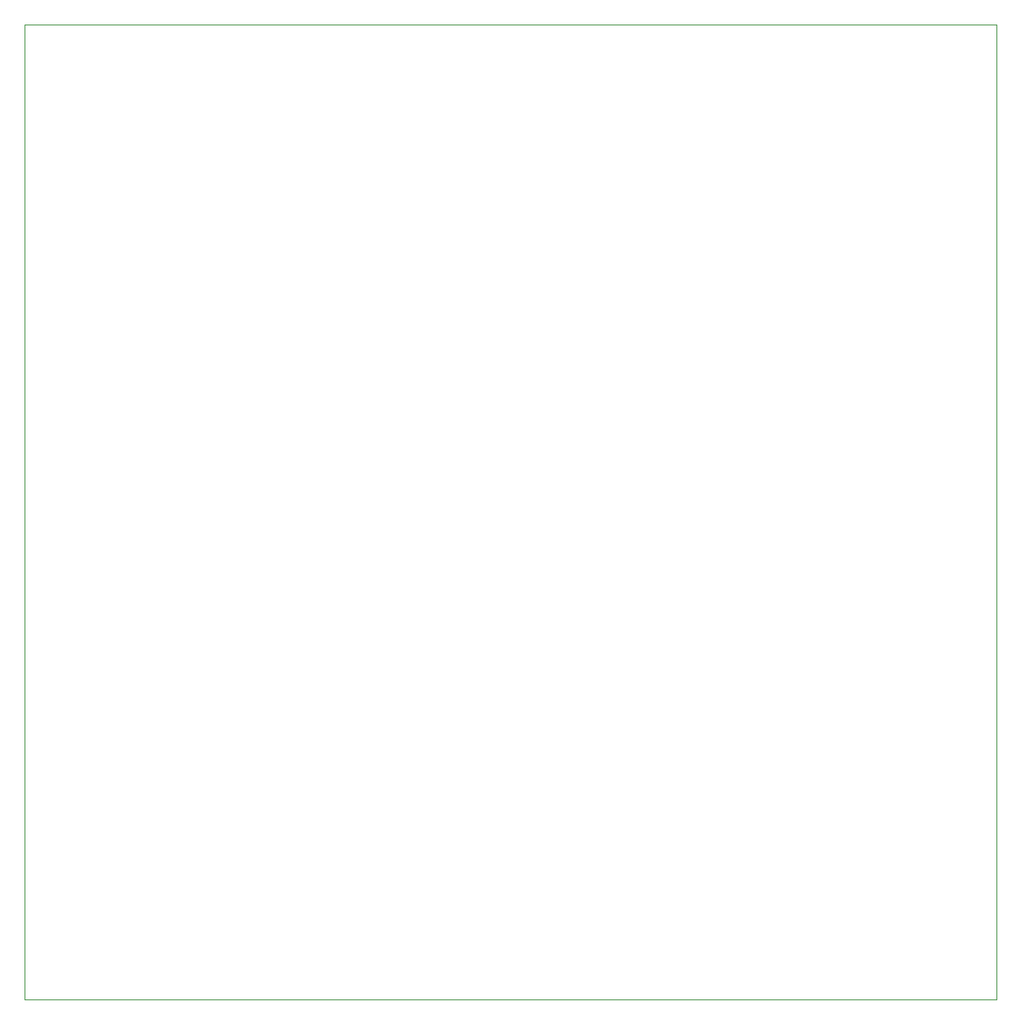
<source format=gbr>
%TF.GenerationSoftware,KiCad,Pcbnew,(6.0.10)*%
%TF.CreationDate,2023-04-05T18:46:28-05:00*%
%TF.ProjectId,445,3434352e-6b69-4636-9164-5f7063625858,rev?*%
%TF.SameCoordinates,Original*%
%TF.FileFunction,Profile,NP*%
%FSLAX46Y46*%
G04 Gerber Fmt 4.6, Leading zero omitted, Abs format (unit mm)*
G04 Created by KiCad (PCBNEW (6.0.10)) date 2023-04-05 18:46:28*
%MOMM*%
%LPD*%
G01*
G04 APERTURE LIST*
%TA.AperFunction,Profile*%
%ADD10C,0.050000*%
%TD*%
G04 APERTURE END LIST*
D10*
X116840000Y-48260000D02*
X217424000Y-48260000D01*
X217424000Y-48260000D02*
X217424000Y-149098000D01*
X217424000Y-149098000D02*
X116840000Y-149098000D01*
X116840000Y-149098000D02*
X116840000Y-48260000D01*
M02*

</source>
